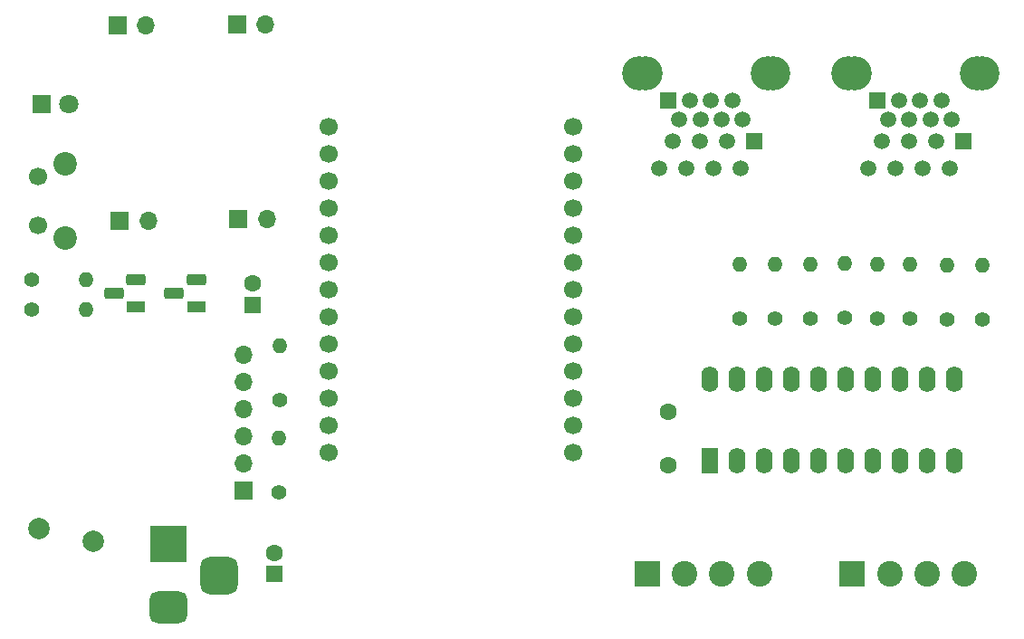
<source format=gbr>
%TF.GenerationSoftware,KiCad,Pcbnew,7.0.9*%
%TF.CreationDate,2024-07-05T12:55:43+10:00*%
%TF.ProjectId,ethernet_led_controller,65746865-726e-4657-945f-6c65645f636f,v1_1_0*%
%TF.SameCoordinates,Original*%
%TF.FileFunction,Soldermask,Bot*%
%TF.FilePolarity,Negative*%
%FSLAX46Y46*%
G04 Gerber Fmt 4.6, Leading zero omitted, Abs format (unit mm)*
G04 Created by KiCad (PCBNEW 7.0.9) date 2024-07-05 12:55:43*
%MOMM*%
%LPD*%
G01*
G04 APERTURE LIST*
G04 Aperture macros list*
%AMRoundRect*
0 Rectangle with rounded corners*
0 $1 Rounding radius*
0 $2 $3 $4 $5 $6 $7 $8 $9 X,Y pos of 4 corners*
0 Add a 4 corners polygon primitive as box body*
4,1,4,$2,$3,$4,$5,$6,$7,$8,$9,$2,$3,0*
0 Add four circle primitives for the rounded corners*
1,1,$1+$1,$2,$3*
1,1,$1+$1,$4,$5*
1,1,$1+$1,$6,$7*
1,1,$1+$1,$8,$9*
0 Add four rect primitives between the rounded corners*
20,1,$1+$1,$2,$3,$4,$5,0*
20,1,$1+$1,$4,$5,$6,$7,0*
20,1,$1+$1,$6,$7,$8,$9,0*
20,1,$1+$1,$8,$9,$2,$3,0*%
G04 Aperture macros list end*
%ADD10C,3.200000*%
%ADD11R,1.500000X1.500000*%
%ADD12C,1.500000*%
%ADD13R,3.500000X3.500000*%
%ADD14RoundRect,0.750000X1.000000X-0.750000X1.000000X0.750000X-1.000000X0.750000X-1.000000X-0.750000X0*%
%ADD15RoundRect,0.875000X0.875000X-0.875000X0.875000X0.875000X-0.875000X0.875000X-0.875000X-0.875000X0*%
%ADD16C,1.400000*%
%ADD17O,1.400000X1.400000*%
%ADD18C,1.700000*%
%ADD19R,1.800000X1.100000*%
%ADD20RoundRect,0.275000X0.625000X-0.275000X0.625000X0.275000X-0.625000X0.275000X-0.625000X-0.275000X0*%
%ADD21R,1.700000X1.700000*%
%ADD22O,1.700000X1.700000*%
%ADD23R,2.400000X2.400000*%
%ADD24C,2.400000*%
%ADD25R,1.600000X1.600000*%
%ADD26C,1.600000*%
%ADD27C,2.010000*%
%ADD28C,2.200000*%
%ADD29R,1.800000X1.800000*%
%ADD30C,1.800000*%
%ADD31R,1.600000X2.400000*%
%ADD32O,1.600000X2.400000*%
G04 APERTURE END LIST*
D10*
%TO.C,J2*%
X157339000Y-71740000D03*
X156759000Y-71740000D03*
X145329000Y-71740000D03*
X144739000Y-71740000D03*
D11*
X155489000Y-78090000D03*
X147489000Y-74290000D03*
D12*
X154219000Y-80630000D03*
X148489000Y-76040000D03*
X152949000Y-78090000D03*
X149489000Y-74290000D03*
X151679000Y-80630000D03*
X150489000Y-76040000D03*
X151489000Y-74290000D03*
X150409000Y-78090000D03*
X152489000Y-76040000D03*
X149139000Y-80630000D03*
X153489000Y-74290000D03*
X147869000Y-78090000D03*
X154389000Y-76040000D03*
X146599000Y-80630000D03*
%TD*%
D13*
%TO.C,J6*%
X100759000Y-115740000D03*
D14*
X100759000Y-121740000D03*
D15*
X105459000Y-118740000D03*
%TD*%
D16*
%TO.C,R1*%
X111159000Y-102340000D03*
D17*
X111159000Y-97260000D03*
%TD*%
D18*
%TO.C,U1*%
X115759000Y-76760000D03*
X115759000Y-79300000D03*
X115759000Y-81840000D03*
X115759000Y-84380000D03*
X115759000Y-86920000D03*
X115759000Y-89460000D03*
X115759000Y-92000000D03*
X115759000Y-94540000D03*
X115759000Y-97080000D03*
X115759000Y-99620000D03*
X115759000Y-102160000D03*
X115759000Y-104700000D03*
X115759000Y-107240000D03*
X138619000Y-107240000D03*
X138619000Y-104700000D03*
X138619000Y-102160000D03*
X138619000Y-99620000D03*
X138619000Y-97080000D03*
X138619000Y-94540000D03*
X138619000Y-92000000D03*
X138619000Y-89460000D03*
X138619000Y-86920000D03*
X138619000Y-84380000D03*
X138619000Y-81840000D03*
X138619000Y-79300000D03*
X138619000Y-76760000D03*
%TD*%
D19*
%TO.C,Q2*%
X103329000Y-93610000D03*
D20*
X101259000Y-92340000D03*
X103329000Y-91070000D03*
%TD*%
D16*
%TO.C,R5*%
X160759000Y-94680000D03*
D17*
X160759000Y-89600000D03*
%TD*%
D21*
%TO.C,J1*%
X107759000Y-110740000D03*
D22*
X107759000Y-108200000D03*
X107759000Y-105660000D03*
X107759000Y-103120000D03*
X107759000Y-100580000D03*
X107759000Y-98040000D03*
%TD*%
D10*
%TO.C,J3*%
X176891500Y-71740000D03*
X176311500Y-71740000D03*
X164881500Y-71740000D03*
X164291500Y-71740000D03*
D11*
X175041500Y-78090000D03*
X167041500Y-74290000D03*
D12*
X173771500Y-80630000D03*
X168041500Y-76040000D03*
X172501500Y-78090000D03*
X169041500Y-74290000D03*
X171231500Y-80630000D03*
X170041500Y-76040000D03*
X171041500Y-74290000D03*
X169961500Y-78090000D03*
X172041500Y-76040000D03*
X168691500Y-80630000D03*
X173041500Y-74290000D03*
X167421500Y-78090000D03*
X173941500Y-76040000D03*
X166151500Y-80630000D03*
%TD*%
D23*
%TO.C,J4*%
X164700000Y-118600000D03*
D24*
X168200000Y-118600000D03*
X171700000Y-118600000D03*
X175200000Y-118600000D03*
%TD*%
D25*
%TO.C,C1*%
X108659000Y-93395112D03*
D26*
X108659000Y-91395112D03*
%TD*%
D27*
%TO.C,F1*%
X93709000Y-115540000D03*
X88609000Y-114340000D03*
%TD*%
D16*
%TO.C,R11*%
X87979000Y-91040000D03*
D17*
X93059000Y-91040000D03*
%TD*%
D25*
%TO.C,C2*%
X110659000Y-118595112D03*
D26*
X110659000Y-116595112D03*
%TD*%
D16*
%TO.C,R8*%
X170099000Y-94680000D03*
D17*
X170099000Y-89600000D03*
%TD*%
D16*
%TO.C,R12*%
X87979000Y-93840000D03*
D17*
X93059000Y-93840000D03*
%TD*%
D16*
%TO.C,R10*%
X176859000Y-94780000D03*
D17*
X176859000Y-89700000D03*
%TD*%
D28*
%TO.C,SW1*%
X91059000Y-87190000D03*
X91059000Y-80190000D03*
D18*
X88559000Y-85940000D03*
X88559000Y-81440000D03*
%TD*%
D16*
%TO.C,R4*%
X157459000Y-94680000D03*
D17*
X157459000Y-89600000D03*
%TD*%
D16*
%TO.C,R9*%
X173559000Y-94740000D03*
D17*
X173559000Y-89660000D03*
%TD*%
D16*
%TO.C,R2*%
X111059000Y-110980000D03*
D17*
X111059000Y-105900000D03*
%TD*%
D26*
%TO.C,C3*%
X147459000Y-108440000D03*
X147459000Y-103440000D03*
%TD*%
D29*
%TO.C,D1*%
X88859000Y-74640000D03*
D30*
X91399000Y-74640000D03*
%TD*%
D19*
%TO.C,Q1*%
X97729000Y-93610000D03*
D20*
X95659000Y-92340000D03*
X97729000Y-91070000D03*
%TD*%
D16*
%TO.C,R3*%
X154159000Y-94680000D03*
D17*
X154159000Y-89600000D03*
%TD*%
D23*
%TO.C,J5*%
X145500000Y-118600000D03*
D24*
X149000000Y-118600000D03*
X152500000Y-118600000D03*
X156000000Y-118600000D03*
%TD*%
D21*
%TO.C,J8*%
X95972400Y-67245200D03*
D22*
X98664800Y-67245200D03*
X109764600Y-67194400D03*
D21*
X107148400Y-67169000D03*
X107275400Y-85380800D03*
D22*
X110009000Y-85340000D03*
X98918800Y-85584000D03*
D21*
X96150200Y-85533200D03*
%TD*%
D16*
%TO.C,R6*%
X163959000Y-94640000D03*
D17*
X163959000Y-89560000D03*
%TD*%
D31*
%TO.C,U2*%
X151339000Y-107960000D03*
D32*
X153879000Y-107960000D03*
X156419000Y-107960000D03*
X158959000Y-107960000D03*
X161499000Y-107960000D03*
X164039000Y-107960000D03*
X166579000Y-107960000D03*
X169119000Y-107960000D03*
X171659000Y-107960000D03*
X174199000Y-107960000D03*
X174199000Y-100340000D03*
X171659000Y-100340000D03*
X169119000Y-100340000D03*
X166579000Y-100340000D03*
X164039000Y-100340000D03*
X161499000Y-100340000D03*
X158959000Y-100340000D03*
X156419000Y-100340000D03*
X153879000Y-100340000D03*
X151339000Y-100340000D03*
%TD*%
D16*
%TO.C,R7*%
X167059000Y-94680000D03*
D17*
X167059000Y-89600000D03*
%TD*%
M02*

</source>
